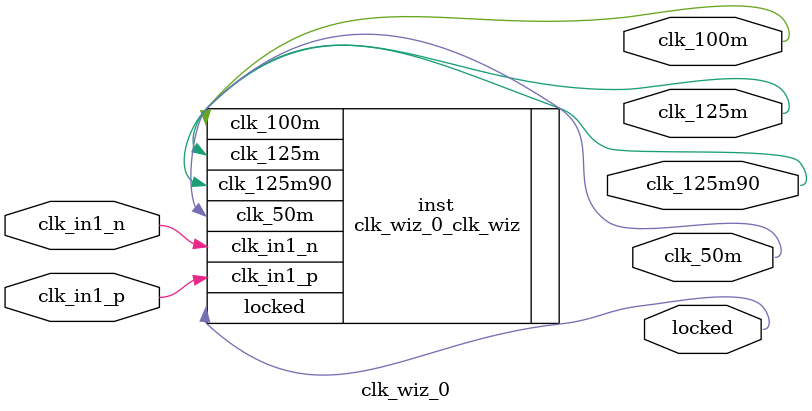
<source format=v>


`timescale 1ps/1ps

(* CORE_GENERATION_INFO = "clk_wiz_0,clk_wiz_v6_0_3_0_0,{component_name=clk_wiz_0,use_phase_alignment=true,use_min_o_jitter=false,use_max_i_jitter=false,use_dyn_phase_shift=false,use_inclk_switchover=false,use_dyn_reconfig=false,enable_axi=0,feedback_source=FDBK_AUTO,PRIMITIVE=MMCM,num_out_clk=4,clkin1_period=5.000,clkin2_period=10.0,use_power_down=false,use_reset=false,use_locked=true,use_inclk_stopped=false,feedback_type=SINGLE,CLOCK_MGR_TYPE=NA,manual_override=false}" *)

module clk_wiz_0 
 (
  // Clock out ports
  output        clk_100m,
  output        clk_50m,
  output        clk_125m,
  output        clk_125m90,
  // Status and control signals
  output        locked,
 // Clock in ports
  input         clk_in1_p,
  input         clk_in1_n
 );

  clk_wiz_0_clk_wiz inst
  (
  // Clock out ports  
  .clk_100m(clk_100m),
  .clk_50m(clk_50m),
  .clk_125m(clk_125m),
  .clk_125m90(clk_125m90),
  // Status and control signals               
  .locked(locked),
 // Clock in ports
  .clk_in1_p(clk_in1_p),
  .clk_in1_n(clk_in1_n)
  );

endmodule

</source>
